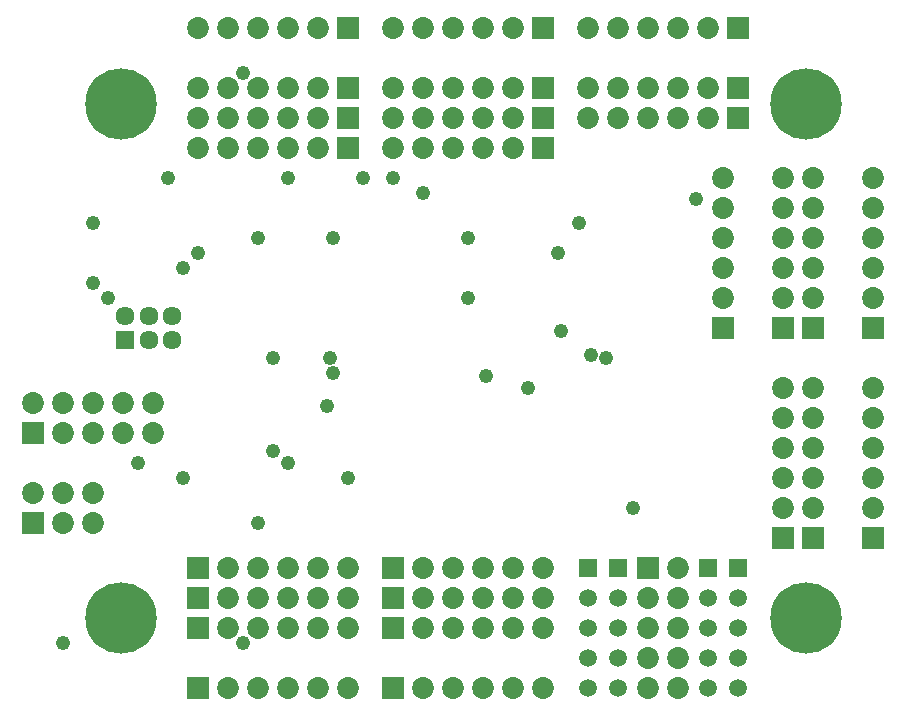
<source format=gbs>
G75*
G70*
%OFA0B0*%
%FSLAX24Y24*%
%IPPOS*%
%LPD*%
%AMOC8*
5,1,8,0,0,1.08239X$1,22.5*
%
%ADD10C,0.2380*%
%ADD11R,0.0730X0.0730*%
%ADD12C,0.0730*%
%ADD13R,0.0634X0.0634*%
%ADD14C,0.0634*%
%ADD15R,0.0595X0.0595*%
%ADD16C,0.0595*%
%ADD17C,0.0480*%
D10*
X009806Y005739D03*
X032636Y005739D03*
X032636Y022869D03*
X009806Y022869D03*
D11*
X017366Y022399D03*
X017366Y023399D03*
X017366Y025399D03*
X017366Y021399D03*
X023866Y021399D03*
X023866Y022399D03*
X023866Y023399D03*
X023866Y025399D03*
X030366Y025399D03*
X030366Y023399D03*
X030366Y022399D03*
X029866Y015399D03*
X031866Y015399D03*
X032866Y015399D03*
X034866Y015399D03*
X034866Y008399D03*
X032866Y008399D03*
X031866Y008399D03*
X027366Y007399D03*
X018866Y007399D03*
X018866Y006399D03*
X018866Y005399D03*
X018866Y003399D03*
X012366Y003399D03*
X012366Y005399D03*
X012366Y006399D03*
X012366Y007399D03*
X006866Y008899D03*
X006866Y011899D03*
D12*
X007866Y011899D03*
X008866Y011899D03*
X009866Y011899D03*
X010866Y011899D03*
X010866Y012899D03*
X009866Y012899D03*
X008866Y012899D03*
X007866Y012899D03*
X006866Y012899D03*
X006866Y009899D03*
X007866Y009899D03*
X008866Y009899D03*
X008866Y008899D03*
X007866Y008899D03*
X013366Y007399D03*
X014366Y007399D03*
X015366Y007399D03*
X016366Y007399D03*
X017366Y007399D03*
X017366Y006399D03*
X016366Y006399D03*
X015366Y006399D03*
X014366Y006399D03*
X013366Y006399D03*
X013366Y005399D03*
X014366Y005399D03*
X015366Y005399D03*
X016366Y005399D03*
X017366Y005399D03*
X019866Y005399D03*
X020866Y005399D03*
X021866Y005399D03*
X022866Y005399D03*
X023866Y005399D03*
X023866Y006399D03*
X022866Y006399D03*
X022866Y007399D03*
X023866Y007399D03*
X021866Y007399D03*
X020866Y007399D03*
X019866Y007399D03*
X019866Y006399D03*
X020866Y006399D03*
X021866Y006399D03*
X021866Y003399D03*
X020866Y003399D03*
X019866Y003399D03*
X017366Y003399D03*
X016366Y003399D03*
X015366Y003399D03*
X014366Y003399D03*
X013366Y003399D03*
X022866Y003399D03*
X023866Y003399D03*
X027366Y003399D03*
X028366Y003399D03*
X028366Y004399D03*
X028366Y005399D03*
X027366Y005399D03*
X027366Y004399D03*
X027366Y006399D03*
X028366Y006399D03*
X028366Y007399D03*
X031866Y009399D03*
X032866Y009399D03*
X032866Y010399D03*
X032866Y011399D03*
X031866Y011399D03*
X031866Y010399D03*
X031866Y012399D03*
X031866Y013399D03*
X032866Y013399D03*
X032866Y012399D03*
X034866Y012399D03*
X034866Y013399D03*
X034866Y011399D03*
X034866Y010399D03*
X034866Y009399D03*
X034866Y016399D03*
X034866Y017399D03*
X034866Y018399D03*
X034866Y019399D03*
X034866Y020399D03*
X032866Y020399D03*
X031866Y020399D03*
X031866Y019399D03*
X032866Y019399D03*
X032866Y018399D03*
X031866Y018399D03*
X031866Y017399D03*
X032866Y017399D03*
X032866Y016399D03*
X031866Y016399D03*
X029866Y016399D03*
X029866Y017399D03*
X029866Y018399D03*
X029866Y019399D03*
X029866Y020399D03*
X029366Y022399D03*
X028366Y022399D03*
X028366Y023399D03*
X029366Y023399D03*
X027366Y023399D03*
X026366Y023399D03*
X025366Y023399D03*
X025366Y022399D03*
X026366Y022399D03*
X027366Y022399D03*
X027366Y025399D03*
X026366Y025399D03*
X025366Y025399D03*
X022866Y025399D03*
X021866Y025399D03*
X020866Y025399D03*
X019866Y025399D03*
X018866Y025399D03*
X016366Y025399D03*
X015366Y025399D03*
X014366Y025399D03*
X013366Y025399D03*
X012366Y025399D03*
X012366Y023399D03*
X013366Y023399D03*
X014366Y023399D03*
X015366Y023399D03*
X016366Y023399D03*
X016366Y022399D03*
X015366Y022399D03*
X014366Y022399D03*
X013366Y022399D03*
X012366Y022399D03*
X012366Y021399D03*
X013366Y021399D03*
X014366Y021399D03*
X015366Y021399D03*
X016366Y021399D03*
X018866Y021399D03*
X019866Y021399D03*
X020866Y021399D03*
X021866Y021399D03*
X022866Y021399D03*
X022866Y022399D03*
X022866Y023399D03*
X021866Y023399D03*
X020866Y023399D03*
X019866Y023399D03*
X018866Y023399D03*
X018866Y022399D03*
X019866Y022399D03*
X020866Y022399D03*
X021866Y022399D03*
X028366Y025399D03*
X029366Y025399D03*
D13*
X009948Y015015D03*
D14*
X010736Y015015D03*
X011523Y015015D03*
X011523Y015802D03*
X010736Y015802D03*
X009948Y015802D03*
D15*
X025366Y007399D03*
X026366Y007399D03*
X029366Y007399D03*
X030366Y007399D03*
D16*
X030366Y006399D03*
X029366Y006399D03*
X029366Y005399D03*
X030366Y005399D03*
X030366Y004399D03*
X029366Y004399D03*
X029366Y003399D03*
X030366Y003399D03*
X026366Y003399D03*
X025366Y003399D03*
X025366Y004399D03*
X025366Y005399D03*
X026366Y005399D03*
X026366Y004399D03*
X026366Y006399D03*
X025366Y006399D03*
D17*
X007866Y004899D03*
X013866Y004899D03*
X014366Y008899D03*
X015366Y010899D03*
X014866Y011299D03*
X016666Y012799D03*
X016866Y013899D03*
X016766Y014399D03*
X014866Y014399D03*
X011866Y017399D03*
X012366Y017899D03*
X014366Y018399D03*
X016866Y018399D03*
X017866Y020399D03*
X018866Y020399D03*
X019866Y019899D03*
X021366Y018399D03*
X021366Y016399D03*
X024466Y015299D03*
X025466Y014499D03*
X025966Y014399D03*
X023366Y013399D03*
X021966Y013799D03*
X017366Y010399D03*
X011866Y010399D03*
X010366Y010899D03*
X009366Y016399D03*
X008866Y016899D03*
X008866Y018899D03*
X011366Y020399D03*
X015366Y020399D03*
X013866Y023899D03*
X024366Y017899D03*
X025066Y018899D03*
X028966Y019699D03*
X026866Y009399D03*
M02*

</source>
